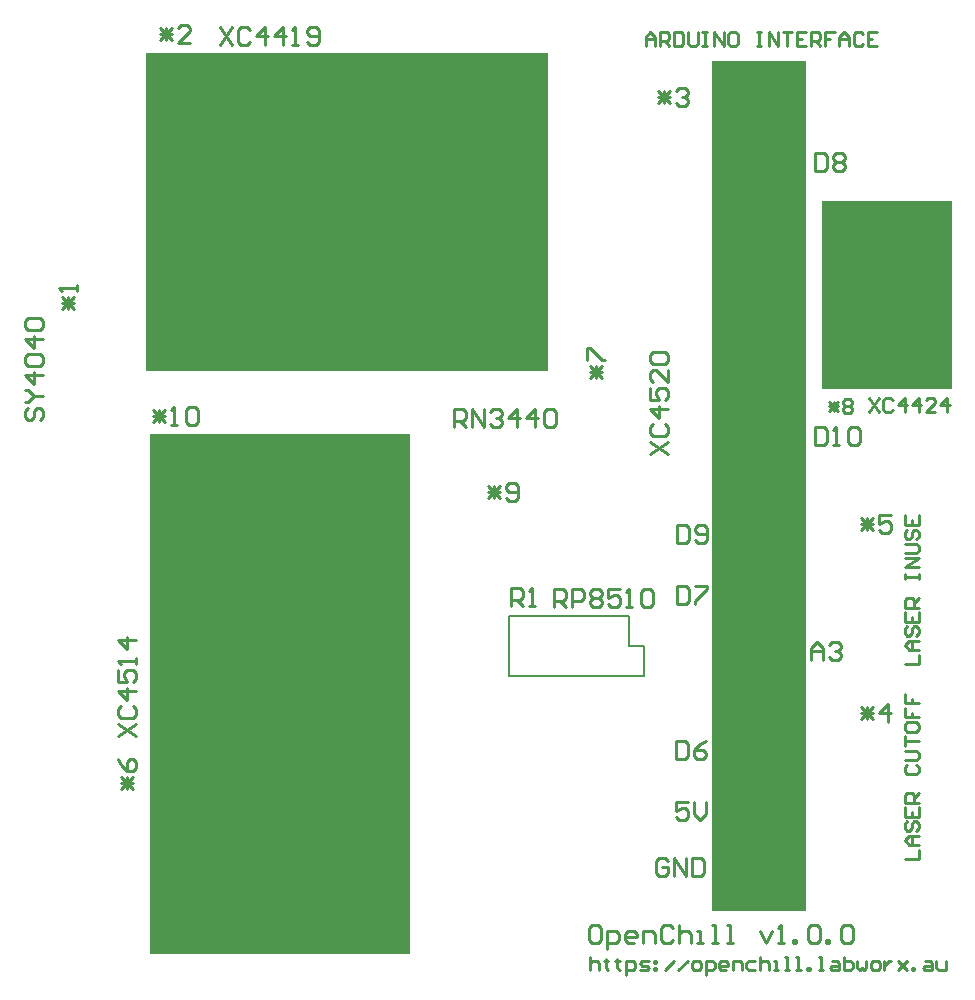
<source format=gto>
G04*
G04 #@! TF.GenerationSoftware,Altium Limited,Altium Designer,20.2.4 (192)*
G04*
G04 Layer_Color=65535*
%FSLAX44Y44*%
%MOMM*%
G71*
G04*
G04 #@! TF.SameCoordinates,978A6366-A59E-46DB-84C1-059E77AED5E4*
G04*
G04*
G04 #@! TF.FilePolarity,Positive*
G04*
G01*
G75*
%ADD10C,0.2000*%
%ADD11C,0.2540*%
%ADD12R,8.0000X72.0000*%
%ADD13R,34.0000X27.0000*%
%ADD14R,11.0000X16.0000*%
%ADD15R,22.0000X44.0000*%
D10*
X739140Y541020D02*
Y591820D01*
Y541020D02*
X853440D01*
Y566420D01*
X840740D02*
X853440D01*
X840740D02*
Y591820D01*
X739140D02*
X840740D01*
D11*
X1073854Y551180D02*
X1085850D01*
Y559177D01*
Y563176D02*
X1077853D01*
X1073854Y567175D01*
X1077853Y571174D01*
X1085850D01*
X1079852D01*
Y563176D01*
X1075853Y583170D02*
X1073854Y581170D01*
Y577172D01*
X1075853Y575172D01*
X1077853D01*
X1079852Y577172D01*
Y581170D01*
X1081851Y583170D01*
X1083851D01*
X1085850Y581170D01*
Y577172D01*
X1083851Y575172D01*
X1073854Y595166D02*
Y587168D01*
X1085850D01*
Y595166D01*
X1079852Y587168D02*
Y591167D01*
X1085850Y599165D02*
X1073854D01*
Y605163D01*
X1075853Y607162D01*
X1079852D01*
X1081851Y605163D01*
Y599165D01*
Y603163D02*
X1085850Y607162D01*
X1073854Y623157D02*
Y627155D01*
Y625156D01*
X1085850D01*
Y623157D01*
Y627155D01*
Y633153D02*
X1073854D01*
X1085850Y641151D01*
X1073854D01*
Y645150D02*
X1083851D01*
X1085850Y647149D01*
Y651148D01*
X1083851Y653147D01*
X1073854D01*
X1075853Y665143D02*
X1073854Y663144D01*
Y659145D01*
X1075853Y657146D01*
X1077853D01*
X1079852Y659145D01*
Y663144D01*
X1081851Y665143D01*
X1083851D01*
X1085850Y663144D01*
Y659145D01*
X1083851Y657146D01*
X1073854Y677139D02*
Y669142D01*
X1085850D01*
Y677139D01*
X1079852Y669142D02*
Y673140D01*
X1073854Y386080D02*
X1085850D01*
Y394077D01*
Y398076D02*
X1077853D01*
X1073854Y402075D01*
X1077853Y406073D01*
X1085850D01*
X1079852D01*
Y398076D01*
X1075853Y418070D02*
X1073854Y416070D01*
Y412072D01*
X1075853Y410072D01*
X1077853D01*
X1079852Y412072D01*
Y416070D01*
X1081851Y418070D01*
X1083851D01*
X1085850Y416070D01*
Y412072D01*
X1083851Y410072D01*
X1073854Y430066D02*
Y422068D01*
X1085850D01*
Y430066D01*
X1079852Y422068D02*
Y426067D01*
X1085850Y434064D02*
X1073854D01*
Y440062D01*
X1075853Y442062D01*
X1079852D01*
X1081851Y440062D01*
Y434064D01*
Y438063D02*
X1085850Y442062D01*
X1075853Y466054D02*
X1073854Y464055D01*
Y460056D01*
X1075853Y458057D01*
X1083851D01*
X1085850Y460056D01*
Y464055D01*
X1083851Y466054D01*
X1073854Y470053D02*
X1083851D01*
X1085850Y472052D01*
Y476051D01*
X1083851Y478050D01*
X1073854D01*
Y482049D02*
Y490046D01*
Y486048D01*
X1085850D01*
X1073854Y500043D02*
Y496044D01*
X1075853Y494045D01*
X1083851D01*
X1085850Y496044D01*
Y500043D01*
X1083851Y502043D01*
X1075853D01*
X1073854Y500043D01*
Y514039D02*
Y506041D01*
X1079852D01*
Y510040D01*
Y506041D01*
X1085850D01*
X1073854Y526035D02*
Y518037D01*
X1079852D01*
Y522036D01*
Y518037D01*
X1085850D01*
X881380Y617215D02*
Y601980D01*
X888997D01*
X891537Y604519D01*
Y614676D01*
X888997Y617215D01*
X881380D01*
X896615D02*
X906772D01*
Y614676D01*
X896615Y604519D01*
Y601980D01*
X880110Y486405D02*
Y471170D01*
X887728D01*
X890267Y473709D01*
Y483866D01*
X887728Y486405D01*
X880110D01*
X905502D02*
X900423Y483866D01*
X895345Y478787D01*
Y473709D01*
X897884Y471170D01*
X902963D01*
X905502Y473709D01*
Y476248D01*
X902963Y478787D01*
X895345D01*
X360682Y852173D02*
X370838Y862330D01*
Y852173D02*
X360682Y862330D01*
X365760Y852173D02*
Y862330D01*
X370838Y857252D02*
X360682D01*
X373377Y867408D02*
Y872487D01*
Y869948D01*
X358143D01*
X360682Y867408D01*
X331474Y768347D02*
X328935Y765807D01*
Y760729D01*
X331474Y758190D01*
X334013D01*
X336553Y760729D01*
Y765807D01*
X339092Y768347D01*
X341631D01*
X344170Y765807D01*
Y760729D01*
X341631Y758190D01*
X328935Y773425D02*
X331474D01*
X336553Y778503D01*
X331474Y783582D01*
X328935D01*
X336553Y778503D02*
X344170D01*
Y796278D02*
X328935D01*
X336553Y788660D01*
Y798817D01*
X331474Y803895D02*
X328935Y806434D01*
Y811513D01*
X331474Y814052D01*
X341631D01*
X344170Y811513D01*
Y806434D01*
X341631Y803895D01*
X331474D01*
X344170Y826748D02*
X328935D01*
X336553Y819130D01*
Y829287D01*
X331474Y834365D02*
X328935Y836905D01*
Y841983D01*
X331474Y844522D01*
X341631D01*
X344170Y841983D01*
Y836905D01*
X341631Y834365D01*
X331474D01*
X854710Y1074420D02*
Y1082417D01*
X858709Y1086416D01*
X862707Y1082417D01*
Y1074420D01*
Y1080418D01*
X854710D01*
X866706Y1074420D02*
Y1086416D01*
X872704D01*
X874704Y1084417D01*
Y1080418D01*
X872704Y1078419D01*
X866706D01*
X870705D02*
X874704Y1074420D01*
X878702Y1086416D02*
Y1074420D01*
X884700D01*
X886700Y1076419D01*
Y1084417D01*
X884700Y1086416D01*
X878702D01*
X890698D02*
Y1076419D01*
X892698Y1074420D01*
X896696D01*
X898696Y1076419D01*
Y1086416D01*
X902694D02*
X906693D01*
X904694D01*
Y1074420D01*
X902694D01*
X906693D01*
X912691D02*
Y1086416D01*
X920689Y1074420D01*
Y1086416D01*
X930685D02*
X926687D01*
X924687Y1084417D01*
Y1076419D01*
X926687Y1074420D01*
X930685D01*
X932685Y1076419D01*
Y1084417D01*
X930685Y1086416D01*
X948680D02*
X952678D01*
X950679D01*
Y1074420D01*
X948680D01*
X952678D01*
X958676D02*
Y1086416D01*
X966674Y1074420D01*
Y1086416D01*
X970673D02*
X978670D01*
X974671D01*
Y1074420D01*
X990666Y1086416D02*
X982669D01*
Y1074420D01*
X990666D01*
X982669Y1080418D02*
X986667D01*
X994665Y1074420D02*
Y1086416D01*
X1000663D01*
X1002662Y1084417D01*
Y1080418D01*
X1000663Y1078419D01*
X994665D01*
X998663D02*
X1002662Y1074420D01*
X1014658Y1086416D02*
X1006661D01*
Y1080418D01*
X1010659D01*
X1006661D01*
Y1074420D01*
X1018657D02*
Y1082417D01*
X1022656Y1086416D01*
X1026654Y1082417D01*
Y1074420D01*
Y1080418D01*
X1018657D01*
X1038651Y1084417D02*
X1036651Y1086416D01*
X1032652D01*
X1030653Y1084417D01*
Y1076419D01*
X1032652Y1074420D01*
X1036651D01*
X1038651Y1076419D01*
X1050647Y1086416D02*
X1042649D01*
Y1074420D01*
X1050647D01*
X1042649Y1080418D02*
X1046648D01*
X864874Y1036318D02*
X875031Y1026162D01*
X864874D02*
X875031Y1036318D01*
X864874Y1031240D02*
X875031D01*
X869952Y1026162D02*
Y1036318D01*
X880109D02*
X882648Y1038857D01*
X887727D01*
X890266Y1036318D01*
Y1033779D01*
X887727Y1031240D01*
X885188D01*
X887727D01*
X890266Y1028701D01*
Y1026162D01*
X887727Y1023623D01*
X882648D01*
X880109Y1026162D01*
X692150Y751840D02*
Y767075D01*
X699768D01*
X702307Y764536D01*
Y759457D01*
X699768Y756918D01*
X692150D01*
X697228D02*
X702307Y751840D01*
X707385D02*
Y767075D01*
X717542Y751840D01*
Y767075D01*
X722620Y764536D02*
X725159Y767075D01*
X730238D01*
X732777Y764536D01*
Y761997D01*
X730238Y759457D01*
X727699D01*
X730238D01*
X732777Y756918D01*
Y754379D01*
X730238Y751840D01*
X725159D01*
X722620Y754379D01*
X745473Y751840D02*
Y767075D01*
X737855Y759457D01*
X748012D01*
X760708Y751840D02*
Y767075D01*
X753090Y759457D01*
X763247D01*
X768325Y764536D02*
X770864Y767075D01*
X775943D01*
X778482Y764536D01*
Y754379D01*
X775943Y751840D01*
X770864D01*
X768325Y754379D01*
Y764536D01*
X858525Y728980D02*
X873760Y739137D01*
X858525D02*
X873760Y728980D01*
X861064Y754372D02*
X858525Y751833D01*
Y746754D01*
X861064Y744215D01*
X871221D01*
X873760Y746754D01*
Y751833D01*
X871221Y754372D01*
X873760Y767068D02*
X858525D01*
X866143Y759450D01*
Y769607D01*
X858525Y784842D02*
Y774685D01*
X866143D01*
X863603Y779764D01*
Y782303D01*
X866143Y784842D01*
X871221D01*
X873760Y782303D01*
Y777224D01*
X871221Y774685D01*
X873760Y800077D02*
Y789920D01*
X863603Y800077D01*
X861064D01*
X858525Y797538D01*
Y792459D01*
X861064Y789920D01*
Y805155D02*
X858525Y807694D01*
Y812773D01*
X861064Y815312D01*
X871221D01*
X873760Y812773D01*
Y807694D01*
X871221Y805155D01*
X861064D01*
X1043940Y776536D02*
X1051937Y764540D01*
Y776536D02*
X1043940Y764540D01*
X1063933Y774537D02*
X1061934Y776536D01*
X1057935D01*
X1055936Y774537D01*
Y766539D01*
X1057935Y764540D01*
X1061934D01*
X1063933Y766539D01*
X1073930Y764540D02*
Y776536D01*
X1067932Y770538D01*
X1075930D01*
X1085926Y764540D02*
Y776536D01*
X1079928Y770538D01*
X1087926D01*
X1099922Y764540D02*
X1091925D01*
X1099922Y772537D01*
Y774537D01*
X1097923Y776536D01*
X1093924D01*
X1091925Y774537D01*
X1109919Y764540D02*
Y776536D01*
X1103921Y770538D01*
X1111918D01*
X777240Y599440D02*
Y614675D01*
X784857D01*
X787397Y612136D01*
Y607057D01*
X784857Y604518D01*
X777240D01*
X782318D02*
X787397Y599440D01*
X792475D02*
Y614675D01*
X800093D01*
X802632Y612136D01*
Y607057D01*
X800093Y604518D01*
X792475D01*
X807710Y612136D02*
X810249Y614675D01*
X815328D01*
X817867Y612136D01*
Y609597D01*
X815328Y607057D01*
X817867Y604518D01*
Y601979D01*
X815328Y599440D01*
X810249D01*
X807710Y601979D01*
Y604518D01*
X810249Y607057D01*
X807710Y609597D01*
Y612136D01*
X810249Y607057D02*
X815328D01*
X833102Y614675D02*
X822945D01*
Y607057D01*
X828024Y609597D01*
X830563D01*
X833102Y607057D01*
Y601979D01*
X830563Y599440D01*
X825484D01*
X822945Y601979D01*
X838180Y599440D02*
X843259D01*
X840720D01*
Y614675D01*
X838180Y612136D01*
X850876D02*
X853415Y614675D01*
X858494D01*
X861033Y612136D01*
Y601979D01*
X858494Y599440D01*
X853415D01*
X850876Y601979D01*
Y612136D01*
X407675Y490220D02*
X422910Y500377D01*
X407675D02*
X422910Y490220D01*
X410214Y515612D02*
X407675Y513073D01*
Y507994D01*
X410214Y505455D01*
X420371D01*
X422910Y507994D01*
Y513073D01*
X420371Y515612D01*
X422910Y528308D02*
X407675D01*
X415293Y520690D01*
Y530847D01*
X407675Y546082D02*
Y535925D01*
X415293D01*
X412753Y541004D01*
Y543543D01*
X415293Y546082D01*
X420371D01*
X422910Y543543D01*
Y538464D01*
X420371Y535925D01*
X422910Y551160D02*
Y556239D01*
Y553699D01*
X407675D01*
X410214Y551160D01*
X422910Y571474D02*
X407675D01*
X415293Y563856D01*
Y574013D01*
X494030Y1090925D02*
X504187Y1075690D01*
Y1090925D02*
X494030Y1075690D01*
X519422Y1088386D02*
X516883Y1090925D01*
X511804D01*
X509265Y1088386D01*
Y1078229D01*
X511804Y1075690D01*
X516883D01*
X519422Y1078229D01*
X532118Y1075690D02*
Y1090925D01*
X524500Y1083307D01*
X534657D01*
X547353Y1075690D02*
Y1090925D01*
X539735Y1083307D01*
X549892D01*
X554970Y1075690D02*
X560049D01*
X557509D01*
Y1090925D01*
X554970Y1088386D01*
X567666Y1078229D02*
X570205Y1075690D01*
X575284D01*
X577823Y1078229D01*
Y1088386D01*
X575284Y1090925D01*
X570205D01*
X567666Y1088386D01*
Y1085847D01*
X570205Y1083307D01*
X577823D01*
X443234Y1089658D02*
X453391Y1079502D01*
X443234D02*
X453391Y1089658D01*
X443234Y1084580D02*
X453391D01*
X448312Y1079502D02*
Y1089658D01*
X468626Y1076963D02*
X458469D01*
X468626Y1087119D01*
Y1089658D01*
X466087Y1092197D01*
X461008D01*
X458469Y1089658D01*
X807720Y303618D02*
Y292122D01*
Y297870D01*
X809636Y299786D01*
X813468D01*
X815384Y297870D01*
Y292122D01*
X821132Y301702D02*
Y299786D01*
X819216D01*
X823048D01*
X821132D01*
Y294038D01*
X823048Y292122D01*
X830713Y301702D02*
Y299786D01*
X828796D01*
X832629D01*
X830713D01*
Y294038D01*
X832629Y292122D01*
X838377Y288290D02*
Y299786D01*
X844125D01*
X846041Y297870D01*
Y294038D01*
X844125Y292122D01*
X838377D01*
X849873D02*
X855621D01*
X857537Y294038D01*
X855621Y295954D01*
X851789D01*
X849873Y297870D01*
X851789Y299786D01*
X857537D01*
X861369D02*
X863285D01*
Y297870D01*
X861369D01*
Y299786D01*
Y294038D02*
X863285D01*
Y292122D01*
X861369D01*
Y294038D01*
X870950Y292122D02*
X878614Y299786D01*
X882446Y292122D02*
X890110Y299786D01*
X895858Y292122D02*
X899690D01*
X901606Y294038D01*
Y297870D01*
X899690Y299786D01*
X895858D01*
X893942Y297870D01*
Y294038D01*
X895858Y292122D01*
X905439Y288290D02*
Y299786D01*
X911187D01*
X913103Y297870D01*
Y294038D01*
X911187Y292122D01*
X905439D01*
X922683D02*
X918851D01*
X916935Y294038D01*
Y297870D01*
X918851Y299786D01*
X922683D01*
X924599Y297870D01*
Y295954D01*
X916935D01*
X928431Y292122D02*
Y299786D01*
X934179D01*
X936095Y297870D01*
Y292122D01*
X947592Y299786D02*
X941843D01*
X939927Y297870D01*
Y294038D01*
X941843Y292122D01*
X947592D01*
X951424Y303618D02*
Y292122D01*
Y297870D01*
X953340Y299786D01*
X957172D01*
X959088Y297870D01*
Y292122D01*
X962920D02*
X966752D01*
X964836D01*
Y299786D01*
X962920D01*
X972500Y292122D02*
X976332D01*
X974416D01*
Y303618D01*
X972500D01*
X982081Y292122D02*
X985913D01*
X983997D01*
Y303618D01*
X982081D01*
X991661Y292122D02*
Y294038D01*
X993577D01*
Y292122D01*
X991661D01*
X1001241D02*
X1005073D01*
X1003157D01*
Y303618D01*
X1001241D01*
X1012737Y299786D02*
X1016569D01*
X1018485Y297870D01*
Y292122D01*
X1012737D01*
X1010821Y294038D01*
X1012737Y295954D01*
X1018485D01*
X1022318Y303618D02*
Y292122D01*
X1028066D01*
X1029982Y294038D01*
Y295954D01*
Y297870D01*
X1028066Y299786D01*
X1022318D01*
X1033814D02*
Y294038D01*
X1035730Y292122D01*
X1037646Y294038D01*
X1039562Y292122D01*
X1041478Y294038D01*
Y299786D01*
X1047226Y292122D02*
X1051058D01*
X1052974Y294038D01*
Y297870D01*
X1051058Y299786D01*
X1047226D01*
X1045310Y297870D01*
Y294038D01*
X1047226Y292122D01*
X1056806Y299786D02*
Y292122D01*
Y295954D01*
X1058722Y297870D01*
X1060639Y299786D01*
X1062554D01*
X1068303D02*
X1075967Y292122D01*
X1072135Y295954D01*
X1075967Y299786D01*
X1068303Y292122D01*
X1079799D02*
Y294038D01*
X1081715D01*
Y292122D01*
X1079799D01*
X1091295Y299786D02*
X1095127D01*
X1097043Y297870D01*
Y292122D01*
X1091295D01*
X1089379Y294038D01*
X1091295Y295954D01*
X1097043D01*
X1100875Y299786D02*
Y294038D01*
X1102792Y292122D01*
X1108540D01*
Y299786D01*
X1036701Y675255D02*
X1046858Y665098D01*
X1036701D02*
X1046858Y675255D01*
X1036701Y670176D02*
X1046858D01*
X1041779Y665098D02*
Y675255D01*
X1062093Y677794D02*
X1051936D01*
Y670176D01*
X1057014Y672716D01*
X1059554D01*
X1062093Y670176D01*
Y665098D01*
X1059554Y662559D01*
X1054475D01*
X1051936Y665098D01*
X1036701Y515235D02*
X1046858Y505078D01*
X1036701D02*
X1046858Y515235D01*
X1036701Y510157D02*
X1046858D01*
X1041779Y505078D02*
Y515235D01*
X1059554Y502539D02*
Y517774D01*
X1051936Y510157D01*
X1062093D01*
X890267Y434335D02*
X880110D01*
Y426717D01*
X885188Y429257D01*
X887728D01*
X890267Y426717D01*
Y421639D01*
X887728Y419100D01*
X882649D01*
X880110Y421639D01*
X895345Y434335D02*
Y424178D01*
X900423Y419100D01*
X905502Y424178D01*
Y434335D01*
X873757Y384806D02*
X871217Y387345D01*
X866139D01*
X863600Y384806D01*
Y374649D01*
X866139Y372110D01*
X871217D01*
X873757Y374649D01*
Y379728D01*
X868678D01*
X878835Y372110D02*
Y387345D01*
X888992Y372110D01*
Y387345D01*
X894070D02*
Y372110D01*
X901688D01*
X904227Y374649D01*
Y384806D01*
X901688Y387345D01*
X894070D01*
X994410Y554990D02*
Y565147D01*
X999488Y570225D01*
X1004567Y565147D01*
Y554990D01*
Y562607D01*
X994410D01*
X1009645Y567686D02*
X1012184Y570225D01*
X1017263D01*
X1019802Y567686D01*
Y565147D01*
X1017263Y562607D01*
X1014723D01*
X1017263D01*
X1019802Y560068D01*
Y557529D01*
X1017263Y554990D01*
X1012184D01*
X1009645Y557529D01*
X881380Y669285D02*
Y654050D01*
X888997D01*
X891537Y656589D01*
Y666746D01*
X888997Y669285D01*
X881380D01*
X896615Y656589D02*
X899154Y654050D01*
X904233D01*
X906772Y656589D01*
Y666746D01*
X904233Y669285D01*
X899154D01*
X896615Y666746D01*
Y664207D01*
X899154Y661667D01*
X906772D01*
X998220Y751835D02*
Y736600D01*
X1005837D01*
X1008377Y739139D01*
Y749296D01*
X1005837Y751835D01*
X998220D01*
X1013455Y736600D02*
X1018533D01*
X1015994D01*
Y751835D01*
X1013455Y749296D01*
X1026151D02*
X1028690Y751835D01*
X1033768D01*
X1036308Y749296D01*
Y739139D01*
X1033768Y736600D01*
X1028690D01*
X1026151Y739139D01*
Y749296D01*
X998220Y984245D02*
Y969010D01*
X1005837D01*
X1008377Y971549D01*
Y981706D01*
X1005837Y984245D01*
X998220D01*
X1013455Y981706D02*
X1015994Y984245D01*
X1021073D01*
X1023612Y981706D01*
Y979167D01*
X1021073Y976628D01*
X1023612Y974088D01*
Y971549D01*
X1021073Y969010D01*
X1015994D01*
X1013455Y971549D01*
Y974088D01*
X1015994Y976628D01*
X1013455Y979167D01*
Y981706D01*
X1015994Y976628D02*
X1021073D01*
X814068Y330193D02*
X808989D01*
X806450Y327654D01*
Y317498D01*
X808989Y314958D01*
X814068D01*
X816607Y317498D01*
Y327654D01*
X814068Y330193D01*
X821685Y309880D02*
Y325115D01*
X829303D01*
X831842Y322576D01*
Y317498D01*
X829303Y314958D01*
X821685D01*
X844538D02*
X839459D01*
X836920Y317498D01*
Y322576D01*
X839459Y325115D01*
X844538D01*
X847077Y322576D01*
Y320037D01*
X836920D01*
X852155Y314958D02*
Y325115D01*
X859773D01*
X862312Y322576D01*
Y314958D01*
X877547Y327654D02*
X875008Y330193D01*
X869930D01*
X867390Y327654D01*
Y317498D01*
X869930Y314958D01*
X875008D01*
X877547Y317498D01*
X882625Y330193D02*
Y314958D01*
Y322576D01*
X885164Y325115D01*
X890243D01*
X892782Y322576D01*
Y314958D01*
X897860D02*
X902939D01*
X900400D01*
Y325115D01*
X897860D01*
X910556Y314958D02*
X915635D01*
X913095D01*
Y330193D01*
X910556D01*
X923252Y314958D02*
X928331D01*
X925791D01*
Y330193D01*
X923252D01*
X951183Y325115D02*
X956262Y314958D01*
X961340Y325115D01*
X966418Y314958D02*
X971497D01*
X968957D01*
Y330193D01*
X966418Y327654D01*
X979114Y314958D02*
Y317498D01*
X981653D01*
Y314958D01*
X979114D01*
X991810Y327654D02*
X994349Y330193D01*
X999427D01*
X1001967Y327654D01*
Y317498D01*
X999427Y314958D01*
X994349D01*
X991810Y317498D01*
Y327654D01*
X1007045Y314958D02*
Y317498D01*
X1009584D01*
Y314958D01*
X1007045D01*
X1019741Y327654D02*
X1022280Y330193D01*
X1027358D01*
X1029898Y327654D01*
Y317498D01*
X1027358Y314958D01*
X1022280D01*
X1019741Y317498D01*
Y327654D01*
X437896Y766568D02*
X448053Y756411D01*
X437896D02*
X448053Y766568D01*
X437896Y761489D02*
X448053D01*
X442974Y756411D02*
Y766568D01*
X453131Y753872D02*
X458209D01*
X455670D01*
Y769107D01*
X453131Y766568D01*
X465827D02*
X468366Y769107D01*
X473445D01*
X475984Y766568D01*
Y756411D01*
X473445Y753872D01*
X468366D01*
X465827Y756411D01*
Y766568D01*
X740664Y600456D02*
Y615691D01*
X748281D01*
X750821Y613152D01*
Y608074D01*
X748281Y605534D01*
X740664D01*
X745742D02*
X750821Y600456D01*
X755899D02*
X760977D01*
X758438D01*
Y615691D01*
X755899Y613152D01*
X721364Y702308D02*
X731521Y692152D01*
X721364D02*
X731521Y702308D01*
X721364Y697230D02*
X731521D01*
X726442Y692152D02*
Y702308D01*
X736599Y692152D02*
X739138Y689613D01*
X744217D01*
X746756Y692152D01*
Y702308D01*
X744217Y704847D01*
X739138D01*
X736599Y702308D01*
Y699769D01*
X739138Y697230D01*
X746756D01*
X1010230Y773452D02*
X1017894Y765788D01*
X1010230D02*
X1017894Y773452D01*
X1010230Y769620D02*
X1017894D01*
X1014062Y765788D02*
Y773452D01*
X1021726D02*
X1023642Y775368D01*
X1027474D01*
X1029390Y773452D01*
Y771536D01*
X1027474Y769620D01*
X1029390Y767704D01*
Y765788D01*
X1027474Y763872D01*
X1023642D01*
X1021726Y765788D01*
Y767704D01*
X1023642Y769620D01*
X1021726Y771536D01*
Y773452D01*
X1023642Y769620D02*
X1027474D01*
X807722Y793754D02*
X817878Y803911D01*
Y793754D02*
X807722Y803911D01*
X812800Y793754D02*
Y803911D01*
X817878Y798832D02*
X807722D01*
X805182Y808989D02*
Y819146D01*
X807722D01*
X817878Y808989D01*
X820417D01*
X410209Y445774D02*
X420366Y455931D01*
Y445774D02*
X410209Y455931D01*
X415288Y445774D02*
Y455931D01*
X420366Y450852D02*
X410209D01*
X407670Y471166D02*
X410209Y466087D01*
X415288Y461009D01*
X420366D01*
X422905Y463548D01*
Y468627D01*
X420366Y471166D01*
X417827D01*
X415288Y468627D01*
Y461009D01*
D12*
X950600Y701720D02*
D03*
D13*
X602160Y934340D02*
D03*
D14*
X1058790Y863610D02*
D03*
D15*
X545440Y526150D02*
D03*
M02*

</source>
